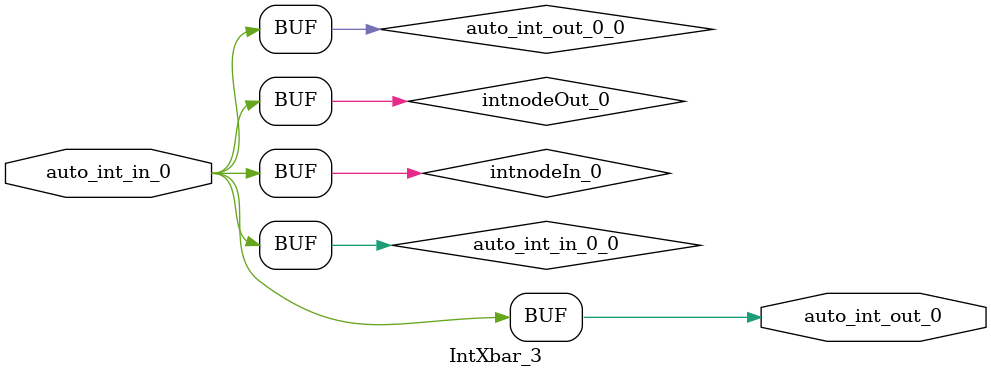
<source format=sv>
`ifndef RANDOMIZE
  `ifdef RANDOMIZE_MEM_INIT
    `define RANDOMIZE
  `endif // RANDOMIZE_MEM_INIT
`endif // not def RANDOMIZE
`ifndef RANDOMIZE
  `ifdef RANDOMIZE_REG_INIT
    `define RANDOMIZE
  `endif // RANDOMIZE_REG_INIT
`endif // not def RANDOMIZE

`ifndef RANDOM
  `define RANDOM $random
`endif // not def RANDOM

// Users can define INIT_RANDOM as general code that gets injected into the
// initializer block for modules with registers.
`ifndef INIT_RANDOM
  `define INIT_RANDOM
`endif // not def INIT_RANDOM

// If using random initialization, you can also define RANDOMIZE_DELAY to
// customize the delay used, otherwise 0.002 is used.
`ifndef RANDOMIZE_DELAY
  `define RANDOMIZE_DELAY 0.002
`endif // not def RANDOMIZE_DELAY

// Define INIT_RANDOM_PROLOG_ for use in our modules below.
`ifndef INIT_RANDOM_PROLOG_
  `ifdef RANDOMIZE
    `ifdef VERILATOR
      `define INIT_RANDOM_PROLOG_ `INIT_RANDOM
    `else  // VERILATOR
      `define INIT_RANDOM_PROLOG_ `INIT_RANDOM #`RANDOMIZE_DELAY begin end
    `endif // VERILATOR
  `else  // RANDOMIZE
    `define INIT_RANDOM_PROLOG_
  `endif // RANDOMIZE
`endif // not def INIT_RANDOM_PROLOG_

// Include register initializers in init blocks unless synthesis is set
`ifndef SYNTHESIS
  `ifndef ENABLE_INITIAL_REG_
    `define ENABLE_INITIAL_REG_
  `endif // not def ENABLE_INITIAL_REG_
`endif // not def SYNTHESIS

// Include rmemory initializers in init blocks unless synthesis is set
`ifndef SYNTHESIS
  `ifndef ENABLE_INITIAL_MEM_
    `define ENABLE_INITIAL_MEM_
  `endif // not def ENABLE_INITIAL_MEM_
`endif // not def SYNTHESIS

// Standard header to adapt well known macros for prints and assertions.

// Users can define 'PRINTF_COND' to add an extra gate to prints.
`ifndef PRINTF_COND_
  `ifdef PRINTF_COND
    `define PRINTF_COND_ (`PRINTF_COND)
  `else  // PRINTF_COND
    `define PRINTF_COND_ 1
  `endif // PRINTF_COND
`endif // not def PRINTF_COND_

// Users can define 'ASSERT_VERBOSE_COND' to add an extra gate to assert error printing.
`ifndef ASSERT_VERBOSE_COND_
  `ifdef ASSERT_VERBOSE_COND
    `define ASSERT_VERBOSE_COND_ (`ASSERT_VERBOSE_COND)
  `else  // ASSERT_VERBOSE_COND
    `define ASSERT_VERBOSE_COND_ 1
  `endif // ASSERT_VERBOSE_COND
`endif // not def ASSERT_VERBOSE_COND_

// Users can define 'STOP_COND' to add an extra gate to stop conditions.
`ifndef STOP_COND_
  `ifdef STOP_COND
    `define STOP_COND_ (`STOP_COND)
  `else  // STOP_COND
    `define STOP_COND_ 1
  `endif // STOP_COND
`endif // not def STOP_COND_

module IntXbar_3(
  input  auto_int_in_0,	// src/main/scala/diplomacy/LazyModule.scala:374:18
  output auto_int_out_0	// src/main/scala/diplomacy/LazyModule.scala:374:18
);

  wire auto_int_in_0_0 = auto_int_in_0;
  wire intnodeIn_0 = auto_int_in_0_0;	// src/main/scala/diplomacy/Nodes.scala:1214:17
  wire intnodeOut_0;	// src/main/scala/diplomacy/Nodes.scala:1205:17
  assign intnodeOut_0 = intnodeIn_0;	// src/main/scala/diplomacy/Nodes.scala:1205:17, :1214:17
  wire auto_int_out_0_0 = intnodeOut_0;	// src/main/scala/diplomacy/Nodes.scala:1205:17
  assign auto_int_out_0 = auto_int_out_0_0;
endmodule


</source>
